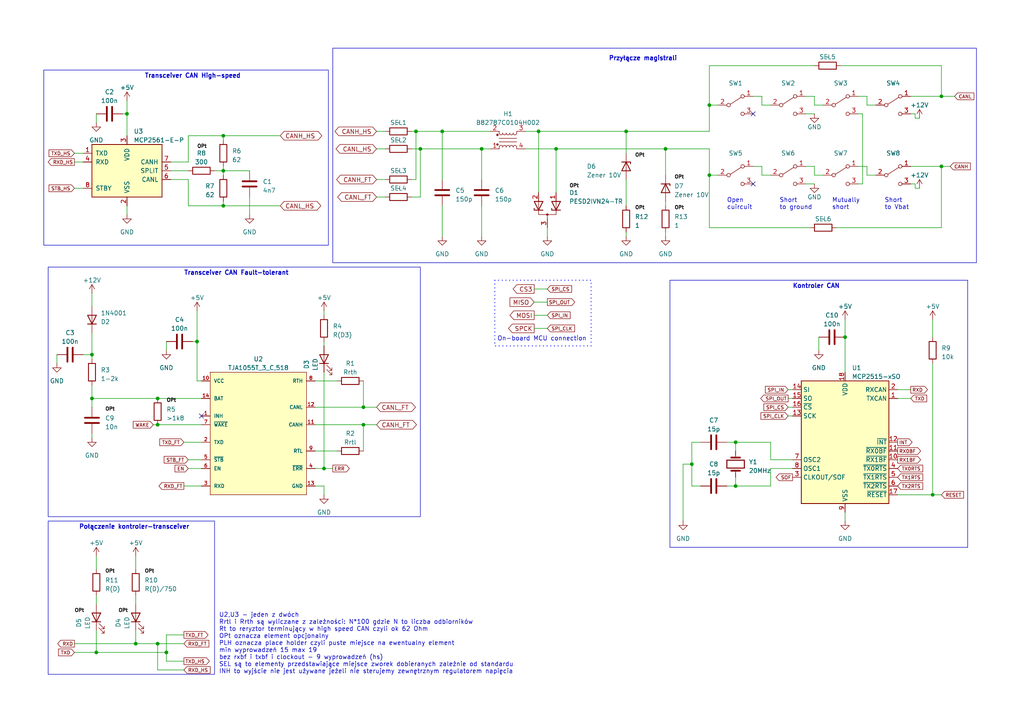
<source format=kicad_sch>
(kicad_sch (version 20230121) (generator eeschema)
  (paper "A4")
  (junction (at 161.29 43.18))
  (junction (at 245.11 97.79))
  (junction (at 105.41 123.19))
  (junction (at 121.92 43.18))
  (junction (at 64.77 49.53))
  (junction (at 36.83 33.02))
  (junction (at 120.65 38.1))
  (junction (at 213.36 140.97))
  (junction (at 93.98 135.89))
  (junction (at 205.74 30.48))
  (junction (at 200.66 134.62))
  (junction (at 273.05 48.26))
  (junction (at 45.72 186.69))
  (junction (at 45.72 115.57))
  (junction (at 181.61 38.1))
  (junction (at 128.27 38.1))
  (junction (at 26.67 102.87))
  (junction (at 205.74 50.8))
  (junction (at 270.51 143.51))
  (junction (at 64.77 39.37))
  (junction (at 273.05 27.94))
  (junction (at 39.37 186.69))
  (junction (at 193.04 43.18))
  (junction (at 48.26 189.23))
  (junction (at 139.7 43.18))
  (junction (at 57.15 99.06))
  (junction (at 45.72 123.19))
  (junction (at 27.94 189.23))
  (junction (at 26.67 115.57))
  (junction (at 105.41 118.11))
  (junction (at 64.77 59.69))
  (junction (at 156.21 38.1))
  (junction (at 213.36 128.27))
  (no_connect (at 218.44 33.02))
  (no_connect (at 218.44 53.34))
  (no_connect (at 58.42 120.65))
  (wire (pts (xy 181.61 38.1) (xy 205.74 38.1)))
  (wire (pts (xy 265.43 34.29) (xy 266.7 34.29)))
  (wire (pts (xy 21.59 44.45) (xy 24.13 44.45)))
  (wire (pts (xy 64.77 59.69) (xy 81.28 59.69)))
  (wire (pts (xy 200.66 128.27) (xy 200.66 134.62)))
  (wire (pts (xy 48.26 189.23) (xy 48.26 191.77)))
  (wire (pts (xy 158.75 66.04) (xy 158.75 68.58)))
  (wire (pts (xy 54.61 46.99) (xy 54.61 39.37)))
  (wire (pts (xy 121.92 43.18) (xy 139.7 43.18)))
  (wire (pts (xy 250.19 33.02) (xy 248.92 33.02)))
  (wire (pts (xy 236.22 50.8) (xy 238.76 50.8)))
  (wire (pts (xy 223.52 128.27) (xy 213.36 128.27)))
  (wire (pts (xy 53.34 184.15) (xy 48.26 184.15)))
  (wire (pts (xy 54.61 49.53) (xy 49.53 49.53)))
  (wire (pts (xy 109.22 43.18) (xy 111.76 43.18)))
  (wire (pts (xy 45.72 115.57) (xy 58.42 115.57)))
  (wire (pts (xy 233.68 53.34) (xy 236.22 53.34)))
  (wire (pts (xy 53.34 140.97) (xy 58.42 140.97)))
  (wire (pts (xy 109.22 57.15) (xy 111.76 57.15)))
  (wire (pts (xy 237.49 97.79) (xy 237.49 101.6)))
  (wire (pts (xy 121.92 57.15) (xy 121.92 43.18)))
  (wire (pts (xy 139.7 59.69) (xy 139.7 68.58)))
  (wire (pts (xy 64.77 39.37) (xy 81.28 39.37)))
  (wire (pts (xy 193.04 43.18) (xy 193.04 50.8)))
  (wire (pts (xy 213.36 128.27) (xy 213.36 130.81)))
  (wire (pts (xy 45.72 186.69) (xy 53.34 186.69)))
  (wire (pts (xy 72.39 62.23) (xy 72.39 57.15)))
  (wire (pts (xy 228.6 118.11) (xy 229.87 118.11)))
  (wire (pts (xy 93.98 140.97) (xy 93.98 143.51)))
  (wire (pts (xy 57.15 90.17) (xy 57.15 99.06)))
  (wire (pts (xy 152.4 38.1) (xy 156.21 38.1)))
  (wire (pts (xy 265.43 34.29) (xy 265.43 33.02)))
  (wire (pts (xy 26.67 111.76) (xy 26.67 115.57)))
  (wire (pts (xy 27.94 172.72) (xy 27.94 175.26)))
  (wire (pts (xy 91.44 110.49) (xy 97.79 110.49)))
  (wire (pts (xy 273.05 66.04) (xy 273.05 48.26)))
  (wire (pts (xy 26.67 85.09) (xy 26.67 88.9)))
  (wire (pts (xy 152.4 43.18) (xy 161.29 43.18)))
  (wire (pts (xy 26.67 115.57) (xy 26.67 118.11)))
  (wire (pts (xy 93.98 90.17) (xy 93.98 91.44)))
  (wire (pts (xy 128.27 38.1) (xy 142.24 38.1)))
  (wire (pts (xy 49.53 52.07) (xy 54.61 52.07)))
  (wire (pts (xy 48.26 191.77) (xy 53.34 191.77)))
  (wire (pts (xy 260.35 115.57) (xy 264.16 115.57)))
  (wire (pts (xy 270.51 105.41) (xy 270.51 143.51)))
  (wire (pts (xy 119.38 52.07) (xy 120.65 52.07)))
  (wire (pts (xy 243.84 19.05) (xy 273.05 19.05)))
  (wire (pts (xy 26.67 125.73) (xy 26.67 127)))
  (wire (pts (xy 105.41 123.19) (xy 109.22 123.19)))
  (wire (pts (xy 21.59 54.61) (xy 24.13 54.61)))
  (wire (pts (xy 128.27 38.1) (xy 128.27 52.07)))
  (wire (pts (xy 119.38 38.1) (xy 120.65 38.1)))
  (wire (pts (xy 270.51 92.71) (xy 270.51 97.79)))
  (wire (pts (xy 39.37 182.88) (xy 39.37 186.69)))
  (wire (pts (xy 93.98 135.89) (xy 96.52 135.89)))
  (wire (pts (xy 119.38 57.15) (xy 121.92 57.15)))
  (wire (pts (xy 223.52 135.89) (xy 223.52 140.97)))
  (wire (pts (xy 54.61 133.35) (xy 58.42 133.35)))
  (wire (pts (xy 265.43 33.02) (xy 264.16 33.02)))
  (wire (pts (xy 91.44 118.11) (xy 105.41 118.11)))
  (wire (pts (xy 57.15 110.49) (xy 58.42 110.49)))
  (wire (pts (xy 228.6 115.57) (xy 229.87 115.57)))
  (wire (pts (xy 91.44 130.81) (xy 97.79 130.81)))
  (wire (pts (xy 72.39 49.53) (xy 64.77 49.53)))
  (wire (pts (xy 208.28 30.48) (xy 205.74 30.48)))
  (wire (pts (xy 16.51 102.87) (xy 16.51 105.41)))
  (wire (pts (xy 35.56 33.02) (xy 36.83 33.02)))
  (wire (pts (xy 105.41 123.19) (xy 105.41 130.81)))
  (wire (pts (xy 36.83 62.23) (xy 36.83 59.69)))
  (wire (pts (xy 234.95 66.04) (xy 205.74 66.04)))
  (wire (pts (xy 24.13 102.87) (xy 26.67 102.87)))
  (wire (pts (xy 53.34 194.31) (xy 45.72 194.31)))
  (wire (pts (xy 26.67 102.87) (xy 26.67 104.14)))
  (wire (pts (xy 264.16 48.26) (xy 273.05 48.26)))
  (wire (pts (xy 45.72 194.31) (xy 45.72 186.69)))
  (wire (pts (xy 273.05 48.26) (xy 275.59 48.26)))
  (wire (pts (xy 139.7 43.18) (xy 139.7 52.07)))
  (wire (pts (xy 193.04 67.31) (xy 193.04 68.58)))
  (wire (pts (xy 205.74 50.8) (xy 205.74 43.18)))
  (wire (pts (xy 265.43 54.61) (xy 265.43 53.34)))
  (wire (pts (xy 91.44 123.19) (xy 105.41 123.19)))
  (wire (pts (xy 54.61 135.89) (xy 58.42 135.89)))
  (wire (pts (xy 213.36 138.43) (xy 213.36 140.97)))
  (wire (pts (xy 64.77 59.69) (xy 64.77 58.42)))
  (wire (pts (xy 208.28 50.8) (xy 205.74 50.8)))
  (wire (pts (xy 260.35 113.03) (xy 264.16 113.03)))
  (wire (pts (xy 21.59 189.23) (xy 27.94 189.23)))
  (wire (pts (xy 228.6 113.03) (xy 229.87 113.03)))
  (wire (pts (xy 49.53 46.99) (xy 54.61 46.99)))
  (wire (pts (xy 248.92 53.34) (xy 250.19 53.34)))
  (wire (pts (xy 181.61 38.1) (xy 181.61 44.45)))
  (wire (pts (xy 36.83 33.02) (xy 36.83 39.37)))
  (wire (pts (xy 228.6 120.65) (xy 229.87 120.65)))
  (wire (pts (xy 105.41 118.11) (xy 109.22 118.11)))
  (wire (pts (xy 48.26 184.15) (xy 48.26 189.23)))
  (wire (pts (xy 62.23 49.53) (xy 64.77 49.53)))
  (wire (pts (xy 223.52 140.97) (xy 213.36 140.97)))
  (wire (pts (xy 193.04 43.18) (xy 205.74 43.18)))
  (wire (pts (xy 93.98 99.06) (xy 93.98 100.33)))
  (wire (pts (xy 245.11 97.79) (xy 245.11 107.95)))
  (wire (pts (xy 273.05 27.94) (xy 276.86 27.94)))
  (wire (pts (xy 218.44 48.26) (xy 220.98 48.26)))
  (wire (pts (xy 139.7 43.18) (xy 142.24 43.18)))
  (wire (pts (xy 93.98 135.89) (xy 93.98 107.95)))
  (wire (pts (xy 229.87 133.35) (xy 223.52 133.35)))
  (wire (pts (xy 48.26 99.06) (xy 48.26 101.6)))
  (wire (pts (xy 45.72 123.19) (xy 58.42 123.19)))
  (wire (pts (xy 44.45 123.19) (xy 45.72 123.19)))
  (wire (pts (xy 265.43 53.34) (xy 264.16 53.34)))
  (wire (pts (xy 229.87 135.89) (xy 223.52 135.89)))
  (wire (pts (xy 156.21 38.1) (xy 156.21 55.88)))
  (wire (pts (xy 213.36 140.97) (xy 210.82 140.97)))
  (wire (pts (xy 27.94 182.88) (xy 27.94 189.23)))
  (wire (pts (xy 109.22 38.1) (xy 111.76 38.1)))
  (wire (pts (xy 205.74 30.48) (xy 205.74 38.1)))
  (wire (pts (xy 220.98 50.8) (xy 223.52 50.8)))
  (wire (pts (xy 39.37 172.72) (xy 39.37 175.26)))
  (wire (pts (xy 54.61 59.69) (xy 64.77 59.69)))
  (wire (pts (xy 270.51 143.51) (xy 273.05 143.51)))
  (wire (pts (xy 236.22 30.48) (xy 238.76 30.48)))
  (wire (pts (xy 161.29 43.18) (xy 193.04 43.18)))
  (wire (pts (xy 236.22 27.94) (xy 236.22 30.48)))
  (wire (pts (xy 39.37 161.29) (xy 39.37 165.1)))
  (wire (pts (xy 27.94 161.29) (xy 27.94 165.1)))
  (wire (pts (xy 64.77 49.53) (xy 64.77 50.8)))
  (wire (pts (xy 248.92 27.94) (xy 251.46 27.94)))
  (wire (pts (xy 251.46 30.48) (xy 254 30.48)))
  (wire (pts (xy 36.83 29.21) (xy 36.83 33.02)))
  (wire (pts (xy 205.74 19.05) (xy 205.74 30.48)))
  (wire (pts (xy 236.22 19.05) (xy 205.74 19.05)))
  (wire (pts (xy 193.04 58.42) (xy 193.04 59.69)))
  (wire (pts (xy 260.35 143.51) (xy 270.51 143.51)))
  (wire (pts (xy 54.61 39.37) (xy 64.77 39.37)))
  (wire (pts (xy 154.94 83.82) (xy 158.75 83.82)))
  (wire (pts (xy 27.94 189.23) (xy 48.26 189.23)))
  (wire (pts (xy 265.43 54.61) (xy 266.7 54.61)))
  (wire (pts (xy 156.21 38.1) (xy 181.61 38.1)))
  (wire (pts (xy 181.61 52.07) (xy 181.61 59.69)))
  (wire (pts (xy 236.22 48.26) (xy 236.22 50.8)))
  (wire (pts (xy 220.98 30.48) (xy 223.52 30.48)))
  (wire (pts (xy 120.65 38.1) (xy 128.27 38.1)))
  (wire (pts (xy 55.88 99.06) (xy 57.15 99.06)))
  (wire (pts (xy 245.11 92.71) (xy 245.11 97.79)))
  (wire (pts (xy 220.98 27.94) (xy 220.98 30.48)))
  (wire (pts (xy 57.15 99.06) (xy 57.15 110.49)))
  (wire (pts (xy 223.52 133.35) (xy 223.52 128.27)))
  (wire (pts (xy 154.94 91.44) (xy 158.75 91.44)))
  (wire (pts (xy 198.12 151.13) (xy 198.12 134.62)))
  (wire (pts (xy 233.68 33.02) (xy 236.22 33.02)))
  (wire (pts (xy 220.98 48.26) (xy 220.98 50.8)))
  (wire (pts (xy 64.77 39.37) (xy 64.77 40.64)))
  (wire (pts (xy 233.68 48.26) (xy 236.22 48.26)))
  (wire (pts (xy 218.44 27.94) (xy 220.98 27.94)))
  (wire (pts (xy 200.66 140.97) (xy 203.2 140.97)))
  (wire (pts (xy 105.41 110.49) (xy 105.41 118.11)))
  (wire (pts (xy 210.82 128.27) (xy 213.36 128.27)))
  (wire (pts (xy 200.66 134.62) (xy 200.66 140.97)))
  (wire (pts (xy 21.59 46.99) (xy 24.13 46.99)))
  (wire (pts (xy 264.16 27.94) (xy 273.05 27.94)))
  (wire (pts (xy 273.05 19.05) (xy 273.05 27.94)))
  (wire (pts (xy 250.19 53.34) (xy 250.19 33.02)))
  (wire (pts (xy 161.29 43.18) (xy 161.29 55.88)))
  (wire (pts (xy 39.37 186.69) (xy 45.72 186.69)))
  (wire (pts (xy 251.46 48.26) (xy 251.46 50.8)))
  (wire (pts (xy 251.46 27.94) (xy 251.46 30.48)))
  (wire (pts (xy 119.38 43.18) (xy 121.92 43.18)))
  (wire (pts (xy 251.46 50.8) (xy 254 50.8)))
  (wire (pts (xy 91.44 140.97) (xy 93.98 140.97)))
  (wire (pts (xy 154.94 95.25) (xy 158.75 95.25)))
  (wire (pts (xy 91.44 135.89) (xy 93.98 135.89)))
  (wire (pts (xy 245.11 148.59) (xy 245.11 151.13)))
  (wire (pts (xy 198.12 134.62) (xy 200.66 134.62)))
  (wire (pts (xy 128.27 59.69) (xy 128.27 68.58)))
  (wire (pts (xy 109.22 52.07) (xy 111.76 52.07)))
  (wire (pts (xy 203.2 128.27) (xy 200.66 128.27)))
  (wire (pts (xy 53.34 128.27) (xy 58.42 128.27)))
  (wire (pts (xy 27.94 33.02) (xy 27.94 35.56)))
  (wire (pts (xy 120.65 52.07) (xy 120.65 38.1)))
  (wire (pts (xy 181.61 67.31) (xy 181.61 68.58)))
  (wire (pts (xy 205.74 66.04) (xy 205.74 50.8)))
  (wire (pts (xy 21.59 186.69) (xy 39.37 186.69)))
  (wire (pts (xy 26.67 115.57) (xy 45.72 115.57)))
  (wire (pts (xy 233.68 27.94) (xy 236.22 27.94)))
  (wire (pts (xy 154.94 87.63) (xy 158.75 87.63)))
  (wire (pts (xy 248.92 48.26) (xy 251.46 48.26)))
  (wire (pts (xy 26.67 96.52) (xy 26.67 102.87)))
  (wire (pts (xy 64.77 48.26) (xy 64.77 49.53)))
  (wire (pts (xy 54.61 52.07) (xy 54.61 59.69)))
  (wire (pts (xy 242.57 66.04) (xy 273.05 66.04)))
  (rectangle (start 12.7 20.32) (end 95.25 71.12))
  (rectangle (start 13.97 77.47) (end 121.92 149.86))
  (rectangle (start 194.31 81.28) (end 280.67 158.75))
  (rectangle (start 143.51 81.28) (end 171.45 100.33) (stroke (width 0.254) (type dot) (color 0 0 255 1)))
  (rectangle (start 13.97 151.13) (end 62.23 195.58))
  (rectangle (start 96.52 13.97) (end 283.21 76.2))
  (text "Short \nto ground" (at 226.06 60.96 0) (effects (font (size 1.27 1.27)) (justify left bottom)))
  (text "Kontroler CAN" (at 229.87 83.82 0) (effects (font (size 1.27 1.27) bold) (justify left bottom)))
  (text "OPt" (at 48.26 116.84 0) (effects (font (size 1 1) (thickness 0.2) bold) (justify left bottom)))
  (text "OPt" (at 165.1 54.61 0) (effects (font (size 1 1) (thickness 0.2) bold) (justify left bottom)))
  (text "On-board MCU connection" (at 170.18 99.06 0) (effects (font (size 1.27 1.27)) (justify right bottom)))
  (text "Przyłącze magistrali" (at 176.53 17.78 0) (effects (font (size 1.27 1.27) bold) (justify left bottom)))
  (text "Transceiver CAN Fault-tolerant" (at 53.34 80.01 0) (effects (font (size 1.27 1.27) bold) (justify left bottom)))
  (text "OPt" (at 30.48 119.38 0) (effects (font (size 1 1) (thickness 0.2) bold) (justify left bottom)))
  (text "OPt" (at 184.15 45.72 0) (effects (font (size 1 1) (thickness 0.2) bold) (justify left bottom)))
  (text "Open\ncuircuit\n" (at 210.82 60.96 0) (effects (font (size 1.27 1.27)) (justify left bottom)))
  (text "Mutually\nshort" (at 241.3 60.96 0) (effects (font (size 1.27 1.27)) (justify left bottom)))
  (text "OPt" (at 21.59 177.8 0) (effects (font (size 1 1) (thickness 0.2) bold) (justify left bottom)))
  (text "OPt" (at 34.29 177.8 0) (effects (font (size 1 1) (thickness 0.2) bold) (justify left bottom)))
  (text "U2,U3 - jeden z dwóch\nRrtl i Rrth są wyliczane z zależności: N*100 gdzie N to liczba odbiorników\nRt to reryztor terminujący w high speed CAN czyli ok 62 Ohm\nOPt oznacza element opcjonalny\nPLH oznacza place holder czyli puste miejsce na ewentualny element\nmin wyprowadzeń 15 max 19\nbez rxbf i txbf i clockout - 9 wyprowadzeń (hs)\nSEL są to elementy przedstawiające miejsce zworek dobieranych zależnie od standardu\nINH to wyjście nie jest używane jeżeli nie sterujemy zewnętrznym regulatorem napięcia" (at 63.5 195.58 0) (effects (font (size 1.27 1.27)) (justify left bottom)))
  (text "OPt" (at 30.48 166.37 0) (effects (font (size 1 1) (thickness 0.2) bold) (justify left bottom)))
  (text "Połączenie kontroler-transceiver" (at 22.86 153.67 0) (effects (font (size 1.27 1.27) bold) (justify left bottom)))
  (text "OPt" (at 57.15 43.18 0) (effects (font (size 1 1) (thickness 0.2) bold) (justify left bottom)))
  (text "Transceiver CAN High-speed" (at 41.91 22.86 0) (effects (font (size 1.27 1.27) (thickness 0.254) bold) (justify left bottom)))
  (text "Short \nto Vbat" (at 256.54 60.96 0) (effects (font (size 1.27 1.27)) (justify left bottom)))
  (text "OPt" (at 184.15 60.96 0) (effects (font (size 1 1) (thickness 0.2) bold) (justify left bottom)))
  (text "OPt" (at 195.58 52.07 0) (effects (font (size 1 1) (thickness 0.2) bold) (justify left bottom)))
  (text "OPt" (at 41.91 166.37 0) (effects (font (size 1 1) (thickness 0.2) bold) (justify left bottom)))
  (text "OPt" (at 195.58 60.96 0) (effects (font (size 1 1) (thickness 0.2) bold) (justify left bottom)))
  (global_label "CANL_HS" (shape bidirectional) (at 109.22 43.18 180) (property "Intersheetrefs" "${INTERSHEET_REFS}" (effects hide)))
  (global_label "CANL_FT" (shape bidirectional) (at 109.22 118.11 0) (property "Intersheetrefs" "${INTERSHEET_REFS}" (effects hide)))
  (global_label "CANL_HS" (shape bidirectional) (at 81.28 59.69 0) (property "Intersheetrefs" "${INTERSHEET_REFS}" (effects hide)))
  (global_label "WAKE" (shape input) (at 44.45 123.19 180) (effects (font (size 1 1))) (property "Intersheetrefs" "${INTERSHEET_REFS}" (effects hide)))
  (global_label "STB_HS" (shape input) (at 21.59 54.61 180) (effects (font (size 1 1))) (property "Intersheetrefs" "${INTERSHEET_REFS}" (effects hide)))
  (global_label "TXD_HS" (shape output) (at 53.34 191.77 0) (effects (font (size 1 1))) (property "Intersheetrefs" "${INTERSHEET_REFS}" (effects hide)))
  (global_label "TX2RTS" (shape input) (at 260.35 140.97 0) (effects (font (size 1 1))) (property "Intersheetrefs" "${INTERSHEET_REFS}" (effects hide)))
  (global_label "CANH_FT" (shape bidirectional) (at 109.22 52.07 180) (property "Intersheetrefs" "${INTERSHEET_REFS}" (effects hide)))
  (global_label "SPI_CLK" (shape input) (at 158.75 95.25 0) (effects (font (size 1 1))) (property "Intersheetrefs" "${INTERSHEET_REFS}" (effects hide)))
  (global_label "SPI_OUT" (shape output) (at 228.6 115.57 180) (effects (font (size 1 1))) (property "Intersheetrefs" "${INTERSHEET_REFS}" (effects hide)))
  (global_label "CANH_HS" (shape bidirectional) (at 109.22 38.1 180) (property "Intersheetrefs" "${INTERSHEET_REFS}" (effects hide)))
  (global_label "TX1RTS" (shape input) (at 260.35 138.43 0) (effects (font (size 1 1))) (property "Intersheetrefs" "${INTERSHEET_REFS}" (effects hide)))
  (global_label "TXD" (shape input) (at 264.16 115.57 0) (effects (font (size 1 1))) (property "Intersheetrefs" "${INTERSHEET_REFS}" (effects hide)))
  (global_label "TXD_FT" (shape output) (at 53.34 184.15 0) (effects (font (size 1 1))) (property "Intersheetrefs" "${INTERSHEET_REFS}" (effects hide)))
  (global_label "MISO" (shape input) (at 154.94 87.63 180) (property "Intersheetrefs" "${INTERSHEET_REFS}" (effects hide)))
  (global_label "SPCK" (shape output) (at 154.94 95.25 180) (property "Intersheetrefs" "${INTERSHEET_REFS}" (effects hide)))
  (global_label "RX0BF" (shape output) (at 260.35 130.81 0) (effects (font (size 1 1))) (property "Intersheetrefs" "${INTERSHEET_REFS}" (effects hide)))
  (global_label "RXD_HS" (shape output) (at 21.59 46.99 180) (effects (font (size 1 1))) (property "Intersheetrefs" "${INTERSHEET_REFS}" (effects hide)))
  (global_label "CANL_FT" (shape bidirectional) (at 109.22 57.15 180) (property "Intersheetrefs" "${INTERSHEET_REFS}" (effects hide)))
  (global_label "ERR" (shape output) (at 96.52 135.89 0) (effects (font (size 1 1))) (property "Intersheetrefs" "${INTERSHEET_REFS}" (effects hide)))
  (global_label "RXD_HS" (shape input) (at 53.34 194.31 0) (effects (font (size 1 1))) (property "Intersheetrefs" "${INTERSHEET_REFS}" (effects hide)))
  (global_label "STB_FT" (shape input) (at 54.61 133.35 180) (effects (font (size 1 1))) (property "Intersheetrefs" "${INTERSHEET_REFS}" (effects hide)))
  (global_label "CANH_FT" (shape bidirectional) (at 109.22 123.19 0) (property "Intersheetrefs" "${INTERSHEET_REFS}" (effects hide)))
  (global_label "TXD_HS" (shape input) (at 21.59 44.45 180) (effects (font (size 1 1))) (property "Intersheetrefs" "${INTERSHEET_REFS}" (effects hide)))
  (global_label "RESET" (shape input) (at 273.05 143.51 0) (effects (font (size 1 1))) (property "Intersheetrefs" "${INTERSHEET_REFS}" (effects hide)))
  (global_label "EN" (shape input) (at 54.61 135.89 180) (effects (font (size 1 1))) (property "Intersheetrefs" "${INTERSHEET_REFS}" (effects hide)))
  (global_label "CANH_HS" (shape bidirectional) (at 81.28 39.37 0) (property "Intersheetrefs" "${INTERSHEET_REFS}" (effects hide)))
  (global_label "TX0RTS" (shape input) (at 260.35 135.89 0) (effects (font (size 1 1))) (property "Intersheetrefs" "${INTERSHEET_REFS}" (effects hide)))
  (global_label "TXD" (shape input) (at 21.59 189.23 180) (effects (font (size 1 1))) (property "Intersheetrefs" "${INTERSHEET_REFS}" (effects hide)))
  (global_label "SPI_OUT" (shape output) (at 158.75 87.63 0) (effects (font (size 1 1))) (property "Intersheetrefs" "${INTERSHEET_REFS}" (effects hide)))
  (global_label "SOF" (shape output) (at 229.87 138.43 180) (effects (font (size 1 1))) (property "Intersheetrefs" "${INTERSHEET_REFS}" (effects hide)))
  (global_label "RXD_FT" (shape input) (at 53.34 186.69 0) (effects (font (size 1 1))) (property "Intersheetrefs" "${INTERSHEET_REFS}" (effects hide)))
  (global_label "RXD" (shape output) (at 264.16 113.03 0) (effects (font (size 1 1))) (property "Intersheetrefs" "${INTERSHEET_REFS}" (effects hide)))
  (global_label "MOSI" (shape output) (at 154.94 91.44 180) (property "Intersheetrefs" "${INTERSHEET_REFS}" (effects hide)))
  (global_label "INT" (shape output) (at 260.35 128.27 0) (effects (font (size 1 1))) (property "Intersheetrefs" "${INTERSHEET_REFS}" (effects hide)))
  (global_label "RXD" (shape output) (at 21.59 186.69 180) (effects (font (size 1 1))) (property "Intersheetrefs" "${INTERSHEET_REFS}" (effects hide)))
  (global_label "CANL" (shape input) (at 276.86 27.94 0) (effects (font (size 1 1))) (property "Intersheetrefs" "${INTERSHEET_REFS}" (effects hide)))
  (global_label "SPI_IN" (shape input) (at 158.75 91.44 0) (effects (font (size 1 1))) (property "Intersheetrefs" "${INTERSHEET_REFS}" (effects hide)))
  (global_label "SPI_CLK" (shape input) (at 228.6 120.65 180) (effects (font (size 1 1))) (property "Intersheetrefs" "${INTERSHEET_REFS}" (effects hide)))
  (global_label "RX1BF" (shape output) (at 260.35 133.35 0) (effects (font (size 1 1))) (property "Intersheetrefs" "${INTERSHEET_REFS}" (effects hide)))
  (global_label "SPI_CS" (shape input) (at 158.75 83.82 0) (effects (font (size 1 1))) (property "Intersheetrefs" "${INTERSHEET_REFS}" (effects hide)))
  (global_label "CS3" (shape output) (at 154.94 83.82 180) (property "Intersheetrefs" "${INTERSHEET_REFS}" (effects hide)))
  (global_label "SPI_CS" (shape input) (at 228.6 118.11 180) (effects (font (size 1 1))) (property "Intersheetrefs" "${INTERSHEET_REFS}" (effects hide)))
  (global_label "CANH" (shape input) (at 275.59 48.26 0) (effects (font (size 1 1))) (property "Intersheetrefs" "${INTERSHEET_REFS}" (effects hide)))
  (global_label "SPI_IN" (shape input) (at 228.6 113.03 180) (effects (font (size 1 1))) (property "Intersheetrefs" "${INTERSHEET_REFS}" (effects hide)))
  (global_label "TXD_FT" (shape input) (at 53.34 128.27 180) (effects (font (size 1 1))) (property "Intersheetrefs" "${INTERSHEET_REFS}" (effects hide)))
  (global_label "RXD_FT" (shape output) (at 53.34 140.97 180) (effects (font (size 1 1))) (property "Intersheetrefs" "${INTERSHEET_REFS}" (effects hide)))
  (symbol (lib_id "Device:R") (at 45.72 119.38 180) (unit 1)
    (property "Reference" "R5" (at 48.26 118.745 0) (effects (justify right)))
    (property "Value" ">1k8" (at 48.26 121.285 0) (effects (justify right)))
    (property "Footprint" "Resistor_THT:R_Axial_DIN0207_L6.3mm_D2.5mm_P10.16mm_Horizontal" (effects hide))
    (instances (project "CAN_bus_project" (path "" (reference "R5") (unit 1))) (project "PrzylaczePCB" (path "" (reference "R34") (unit 1)) (path "" (reference "R34") (unit 1))))
  )
  (symbol (lib_id "power:+12V") (at 266.7 34.29 0) (unit 1)
    (property "Reference" "#PWR08" (effects hide))
    (property "Value" "+12V" (at 266.7 30.48 0))
    (instances (project "CAN_bus_project" (path "" (reference "#PWR08") (unit 1))) (project "PrzylaczePCB" (path "" (reference "#PWR073") (unit 1)) (path "" (reference "#PWR068") (unit 1))))
  )
  (symbol (lib_id "Diode:BZV55B56") (at 193.04 54.61 270) (unit 1)
    (property "Reference" "D7" (at 195.58 53.975 90) (effects (justify left)))
    (property "Value" "Zener 10V" (at 195.58 56.515 90) (effects (justify left)))
    (property "Footprint" "Diode_THT:D_DO-35_SOD27_P10.16mm_Horizontal" (effects hide))
    (property "Datasheet" "https://assets.nexperia.com/documents/data-sheet/BZV55_SER.pdf" (effects hide))
    (instances (project "CAN_bus_project" (path "" (reference "D7") (unit 1))) (project "PrzylaczePCB" (path "" (reference "D13") (unit 1)) (path "" (reference "D13") (unit 1))))
  )
  (symbol (lib_id "power:+12V") (at 266.7 54.61 0) (unit 1)
    (property "Reference" "#PWR06" (effects hide))
    (property "Value" "+12V" (at 266.7 50.8 0))
    (instances (project "CAN_bus_project" (path "" (reference "#PWR06") (unit 1))) (project "PrzylaczePCB" (path "" (reference "#PWR074") (unit 1)) (path "" (reference "#PWR069") (unit 1))))
  )
  (symbol (lib_id "power:GND") (at 158.75 68.58 0) (unit 1)
    (property "Reference" "#PWR017" (effects hide))
    (property "Value" "GND" (at 158.75 73.66 0))
    (instances (project "CAN_bus_project" (path "" (reference "#PWR017") (unit 1))) (project "PrzylaczePCB" (path "" (reference "#PWR062") (unit 1)) (path "" (reference "#PWR059") (unit 1))))
  )
  (symbol (lib_id "Device:C") (at 72.39 53.34 0) (unit 1)
    (property "Reference" "C1" (at 76.2 52.705 0) (effects (justify left)))
    (property "Value" "4n7" (at 76.2 55.245 0) (effects (justify left)))
    (property "Footprint" "Capacitor_THT:C_Disc_D5.0mm_W2.5mm_P5.00mm" (effects hide))
    (instances (project "CAN_bus_project" (path "" (reference "C1") (unit 1))) (project "PrzylaczePCB" (path "" (reference "C12") (unit 1)) (path "" (reference "C12") (unit 1))))
  )
  (symbol (lib_id "power:GND") (at 72.39 62.23 0) (unit 1)
    (property "Reference" "#PWR04" (effects hide))
    (property "Value" "GND" (at 72.39 67.31 0))
    (instances (project "CAN_bus_project" (path "" (reference "#PWR04") (unit 1))) (project "PrzylaczePCB" (path "" (reference "#PWR055") (unit 1)) (path "" (reference "#PWR054") (unit 1))))
  )
  (symbol (lib_id "power:GND") (at 128.27 68.58 0) (unit 1)
    (property "Reference" "#PWR015" (effects hide))
    (property "Value" "GND" (at 128.27 73.66 0))
    (instances (project "CAN_bus_project" (path "" (reference "#PWR015") (unit 1))) (project "PrzylaczePCB" (path "" (reference "#PWR058") (unit 1)) (path "" (reference "#PWR057") (unit 1))))
  )
  (symbol (lib_id "Device:R") (at 181.61 63.5 180) (unit 1)
    (property "Reference" "R12" (at 184.15 62.865 0) (effects (justify right)))
    (property "Value" "1" (at 184.15 65.405 0) (effects (justify right)))
    (property "Footprint" "Resistor_THT:R_Axial_DIN0207_L6.3mm_D2.5mm_P10.16mm_Horizontal" (effects hide))
    (instances (project "CAN_bus_project" (path "" (reference "R12") (unit 1))) (project "PrzylaczePCB" (path "" (reference "R41") (unit 1)) (path "" (reference "R41") (unit 1))))
  )
  (symbol (lib_id "Switch:SW_SPDT") (at 228.6 30.48 0) (unit 1)
    (property "Reference" "SW2" (at 228.6 24.13 0))
    (property "Value" "SW_SPDT" (effects hide))
    (property "Footprint" "1_WLASNA_Library:3PAD_WIRE_SWITCH" (effects hide))
    (instances (project "CAN_bus_project" (path "" (reference "SW2") (unit 1))) (project "PrzylaczePCB" (path "" (reference "SW3") (unit 1)) (path "" (reference "SW4") (unit 1))))
  )
  (symbol (lib_id "power:GND") (at 193.04 68.58 0) (unit 1)
    (property "Reference" "#PWR028" (effects hide))
    (property "Value" "GND" (at 193.04 73.66 0))
    (instances (project "CAN_bus_project" (path "" (reference "#PWR028") (unit 1))) (project "PrzylaczePCB" (path "" (reference "#PWR066") (unit 1)) (path "" (reference "#PWR061") (unit 1))))
  )
  (symbol (lib_id "Switch:SW_SPDT") (at 243.84 50.8 0) (unit 1)
    (property "Reference" "SW7" (at 243.84 44.45 0))
    (property "Value" "SW_SPDT" (effects hide))
    (property "Footprint" "1_WLASNA_Library:3PAD_WIRE_SWITCH" (effects hide))
    (instances (project "CAN_bus_project" (path "" (reference "SW7") (unit 1))) (project "PrzylaczePCB" (path "" (reference "SW6") (unit 1)) (path "" (reference "SW7") (unit 1))))
  )
  (symbol (lib_id "Device:R") (at 58.42 49.53 90) (unit 1)
    (property "Reference" "R8" (at 58.42 44.45 90))
    (property "Value" "300" (at 58.42 46.99 90))
    (property "Footprint" "Resistor_THT:R_Axial_DIN0207_L6.3mm_D2.5mm_P10.16mm_Horizontal" (effects hide))
    (instances (project "CAN_bus_project" (path "" (reference "R8") (unit 1))) (project "PrzylaczePCB" (path "" (reference "R35") (unit 1)) (path "" (reference "R35") (unit 1))))
  )
  (symbol (lib_id "Device:C") (at 26.67 121.92 180) (unit 1)
    (property "Reference" "C9" (at 30.48 121.285 0) (effects (justify right)))
    (property "Value" "10n" (at 30.48 123.825 0) (effects (justify right)))
    (property "Footprint" "Capacitor_THT:C_Disc_D11.0mm_W5.0mm_P7.50mm" (effects hide))
  )
  (symbol (lib_id "Device:R") (at 101.6 110.49 90) (unit 1)
    (property "Reference" "R1" (at 101.6 105.41 90))
    (property "Value" "Rrth" (at 101.6 107.95 90))
    (property "Footprint" "Resistor_THT:R_Axial_DIN0207_L6.3mm_D2.5mm_P10.16mm_Horizontal" (effects hide))
    (instances (project "CAN_bus_project" (path "" (reference "R1") (unit 1))) (project "PrzylaczePCB" (path "" (reference "R39") (unit 1)) (path "" (reference "R39") (unit 1))))
  )
  (symbol (lib_id "power:GND") (at 236.22 53.34 0) (unit 1)
    (property "Reference" "#PWR05" (effects hide))
    (property "Value" "GND" (at 236.22 57.15 0))
    (instances (project "CAN_bus_project" (path "" (reference "#PWR05") (unit 1))) (project "PrzylaczePCB" (path "" (reference "#PWR069") (unit 1)) (path "" (reference "#PWR064") (unit 1))))
  )
  (symbol (lib_id "Device:R") (at 101.6 130.81 90) (unit 1)
    (property "Reference" "R2" (at 101.6 125.73 90))
    (property "Value" "Rrtl" (at 101.6 128.27 90))
    (property "Footprint" "Resistor_THT:R_Axial_DIN0207_L6.3mm_D2.5mm_P10.16mm_Horizontal" (effects hide))
    (instances (project "CAN_bus_project" (path "" (reference "R2") (unit 1))) (project "PrzylaczePCB" (path "" (reference "R40") (unit 1)) (path "" (reference "R40") (unit 1))))
  )
  (symbol (lib_id "Device:C") (at 128.27 55.88 0) (unit 1)
    (property "Reference" "C5" (at 132.08 55.245 0) (effects (justify left)))
    (property "Value" "150p" (at 132.08 57.785 0) (effects (justify left)))
    (property "Footprint" "Capacitor_THT:C_Disc_D5.0mm_W2.5mm_P5.00mm" (effects hide))
    (instances (project "CAN_bus_project" (path "" (reference "C5") (unit 1))) (project "PrzylaczePCB" (path "" (reference "C13") (unit 1)) (path "" (reference "C13") (unit 1))))
  )
  (symbol (lib_id "Device:C") (at 20.32 102.87 90) (unit 1)
    (property "Reference" "C3" (at 20.32 96.52 90))
    (property "Value" "100n" (at 20.32 99.06 90))
    (property "Footprint" "Capacitor_THT:C_Disc_D5.0mm_W2.5mm_P2.50mm" (effects hide))
    (instances (project "CAN_bus_project" (path "" (reference "C3") (unit 1))) (project "PrzylaczePCB" (path "" (reference "C8") (unit 1)) (path "" (reference "C8") (unit 1))))
  )
  (symbol (lib_id "Interface_CAN_LIN:MCP2561-E-P") (at 36.83 49.53 0) (unit 1)
    (property "Reference" "U3" (at 38.7859 38.1 0) (effects (justify left)))
    (property "Value" "MCP2561-E-P" (at 38.7859 40.64 0) (effects (justify left)))
    (property "Footprint" "Package_DIP:DIP-8_W7.62mm" (effects hide))
    (property "Datasheet" "http://ww1.microchip.com/downloads/en/DeviceDoc/25167A.pdf" (effects hide))
    (instances (project "CAN_bus_project" (path "" (reference "U3") (unit 1))) (project "PrzylaczePCB" (path "" (reference "U6") (unit 1)) (path "" (reference "U6") (unit 1))))
  )
  (symbol (lib_id "Device:R") (at 238.76 66.04 90) (unit 1)
    (property "Reference" "SEL6" (at 238.76 63.5 90))
    (property "Value" "~" (at 238.76 63.5 90))
    (property "Footprint" "Resistor_SMD:R_0805_2012Metric" (effects hide))
    (instances (project "CAN_bus_project" (path "" (reference "SEL6") (unit 1))) (project "PrzylaczePCB" (path "" (reference "SEL5") (unit 1)) (path "" (reference "SEL5") (unit 1))))
  )
  (symbol (lib_id "Device:R") (at 64.77 54.61 0) (mirror y) (unit 1)
    (property "Reference" "R7" (at 62.23 53.975 0) (effects (justify left)))
    (property "Value" "62" (at 62.23 56.515 0) (effects (justify left)))
    (property "Footprint" "Resistor_THT:R_Axial_DIN0207_L6.3mm_D2.5mm_P10.16mm_Horizontal" (effects hide))
    (instances (project "CAN_bus_project" (path "" (reference "R7") (unit 1))) (project "PrzylaczePCB" (path "" (reference "R37") (unit 1)) (path "" (reference "R37") (unit 1))))
  )
  (symbol (lib_id "power:GND") (at 236.22 33.02 0) (unit 1)
    (property "Reference" "#PWR03" (effects hide))
    (property "Value" "GND" (at 236.22 36.83 0))
    (instances (project "CAN_bus_project" (path "" (reference "#PWR03") (unit 1))) (project "PrzylaczePCB" (path "" (reference "#PWR068") (unit 1)) (path "" (reference "#PWR063") (unit 1))))
  )
  (symbol (lib_id "Device:R") (at 26.67 107.95 180) (unit 1)
    (property "Reference" "R3" (at 29.21 107.315 0) (effects (justify right)))
    (property "Value" "1-2k" (at 29.21 109.855 0) (effects (justify right)))
    (property "Footprint" "Resistor_THT:R_Axial_DIN0207_L6.3mm_D2.5mm_P10.16mm_Horizontal" (effects hide))
    (instances (project "CAN_bus_project" (path "" (reference "R3") (unit 1))) (project "PrzylaczePCB" (path "" (reference "R31") (unit 1)) (path "" (reference "R31") (unit 1))))
  )
  (symbol (lib_id "Device:R") (at 115.57 57.15 90) (unit 1)
    (property "Reference" "SEL4" (at 115.57 54.61 90))
    (property "Value" "~" (at 115.57 54.61 90))
    (property "Footprint" "Resistor_SMD:R_0805_2012Metric" (effects hide))
  )
  (symbol (lib_id "power:GND") (at 48.26 101.6 0) (unit 1)
    (property "Reference" "#PWR020" (effects hide))
    (property "Value" "GND" (at 48.26 106.68 0))
    (instances (project "CAN_bus_project" (path "" (reference "#PWR020") (unit 1))) (project "PrzylaczePCB" (path "" (reference "#PWR053") (unit 1)) (path "" (reference "#PWR052") (unit 1))))
  )
  (symbol (lib_id "Interface_CAN_LIN:MCP2515-xSO") (at 245.11 128.27 0) (unit 1)
    (property "Reference" "U1" (at 247.0659 106.68 0) (effects (justify left)))
    (property "Value" "MCP2515-xSO" (at 247.0659 109.22 0) (effects (justify left)))
    (property "Footprint" "Package_DIP:DIP-18_W7.62mm" (effects hide))
    (property "Datasheet" "http://ww1.microchip.com/downloads/en/DeviceDoc/21801e.pdf" (effects hide))
    (instances (project "CAN_bus_project" (path "" (reference "U1") (unit 1))) (project "PrzylaczePCB" (path "" (reference "U8") (unit 1)) (path "" (reference "U8") (unit 1))))
  )
  (symbol (lib_id "power:+5V") (at 36.83 29.21 0) (unit 1)
    (property "Reference" "#PWR030" (effects hide))
    (property "Value" "+5V" (at 36.83 25.4 0))
    (instances (project "CAN_bus_project" (path "" (reference "#PWR030") (unit 1))) (project "PrzylaczePCB" (path "" (reference "#PWR050") (unit 1)) (path "" (reference "#PWR049") (unit 1))))
  )
  (symbol (lib_id "power:GND") (at 26.67 127 0) (unit 1)
    (property "Reference" "#PWR022" (effects hide))
    (property "Value" "GND" (at 26.67 132.08 0))
    (instances (project "CAN_bus_project" (path "" (reference "#PWR022") (unit 1))) (project "PrzylaczePCB" (path "" (reference "#PWR047") (unit 1)) (path "" (reference "#PWR046") (unit 1))))
  )
  (symbol (lib_id "power:GND") (at 181.61 68.58 0) (unit 1)
    (property "Reference" "#PWR027" (effects hide))
    (property "Value" "GND" (at 181.61 73.66 0))
    (instances (project "CAN_bus_project" (path "" (reference "#PWR027") (unit 1))) (project "PrzylaczePCB" (path "" (reference "#PWR065") (unit 1)) (path "" (reference "#PWR060") (unit 1))))
  )
  (symbol (lib_id "Switch:SW_SPDT") (at 259.08 50.8 0) (unit 1)
    (property "Reference" "SW8" (at 259.08 44.45 0))
    (property "Value" "SW_SPDT" (effects hide))
    (property "Footprint" "1_WLASNA_Library:3PAD_WIRE_SWITCH" (effects hide))
    (instances (project "CAN_bus_project" (path "" (reference "SW8") (unit 1))) (project "PrzylaczePCB" (path "" (reference "SW8") (unit 1)) (path "" (reference "SW9") (unit 1))))
  )
  (symbol (lib_id "Device:R") (at 193.04 63.5 180) (unit 1)
    (property "Reference" "R13" (at 195.58 62.865 0) (effects (justify right)))
    (property "Value" "1" (at 195.58 65.405 0) (effects (justify right)))
    (property "Footprint" "Resistor_THT:R_Axial_DIN0207_L6.3mm_D2.5mm_P10.16mm_Horizontal" (effects hide))
    (instances (project "CAN_bus_project" (path "" (reference "R13") (unit 1))) (project "PrzylaczePCB" (path "" (reference "R42") (unit 1)) (path "" (reference "R42") (unit 1))))
  )
  (symbol (lib_id "Switch:SW_SPDT") (at 213.36 50.8 0) (unit 1)
    (property "Reference" "SW5" (at 213.36 44.45 0))
    (property "Value" "SW_SPDT" (effects hide))
    (property "Footprint" "1_WLASNA_Library:3PAD_WIRE_SWITCH" (effects hide))
    (instances (project "CAN_bus_project" (path "" (reference "SW5") (unit 1))) (project "PrzylaczePCB" (path "" (reference "SW2") (unit 1)) (path "" (reference "SW3") (unit 1))))
  )
  (symbol (lib_id "Device:R") (at 39.37 168.91 180) (unit 1)
    (property "Reference" "R10" (at 41.91 168.275 0) (effects (justify right)))
    (property "Value" "R(D)/750" (at 41.91 170.815 0) (effects (justify right)))
    (property "Footprint" "Resistor_THT:R_Axial_DIN0207_L6.3mm_D2.5mm_P10.16mm_Horizontal" (effects hide))
    (instances (project "CAN_bus_project" (path "" (reference "R10") (unit 1))) (project "PrzylaczePCB" (path "" (reference "R33") (unit 1)) (path "" (reference "R33") (unit 1))))
  )
  (symbol (lib_id "Diode:1N4001") (at 26.67 92.71 270) (mirror x) (unit 1)
    (property "Reference" "D2" (at 29.21 93.345 90) (effects (justify left)))
    (property "Value" "1N4001" (at 29.21 90.805 90) (effects (justify left)))
    (property "Footprint" "Diode_THT:D_DO-41_SOD81_P10.16mm_Horizontal" (effects hide))
    (property "Datasheet" "http://www.vishay.com/docs/88503/1n4001.pdf" (effects hide))
    (property "Sim.Device" "D" (effects hide))
    (property "Sim.Pins" "1=K 2=A" (effects hide))
    (instances (project "CAN_bus_project" (path "" (reference "D2") (unit 1))) (project "PrzylaczePCB" (path "" (reference "D7") (unit 1)) (path "" (reference "D7") (unit 1))))
  )
  (symbol (lib_id "Device:LED") (at 93.98 104.14 90) (unit 1)
    (property "Reference" "D3" (at 88.9 105.7275 0))
    (property "Value" "LED" (at 91.44 105.7275 0))
    (property "Footprint" "1_WLASNA_Library:2PAD_WIRE" (effects hide))
    (instances (project "CAN_bus_project" (path "" (reference "D3") (unit 1))) (project "PrzylaczePCB" (path "" (reference "D10") (unit 1)) (path "" (reference "D10") (unit 1))))
  )
  (symbol (lib_id "Device:Crystal") (at 213.36 134.62 90) (unit 1)
    (property "Reference" "Y1" (at 217.17 133.985 90) (effects (justify right)))
    (property "Value" "20MHz" (at 217.17 136.525 90) (effects (justify right)))
    (property "Footprint" "Crystal:Crystal_SMD_HC49-SD_HandSoldering" (effects hide))
  )
  (symbol (lib_id "Device:C") (at 241.3 97.79 90) (unit 1)
    (property "Reference" "C10" (at 241.3 91.44 90))
    (property "Value" "100n" (at 241.3 93.98 90))
    (property "Footprint" "Capacitor_THT:C_Disc_D5.0mm_W2.5mm_P2.50mm" (effects hide))
    (instances (project "CAN_bus_project" (path "" (reference "C10") (unit 1))) (project "PrzylaczePCB" (path "" (reference "C17") (unit 1)) (path "" (reference "C17") (unit 1))))
  )
  (symbol (lib_id "power:+5V") (at 245.11 92.71 0) (unit 1)
    (property "Reference" "#PWR01" (effects hide))
    (property "Value" "+5V" (at 245.11 88.9 0))
    (instances (project "CAN_bus_project" (path "" (reference "#PWR01") (unit 1))) (project "PrzylaczePCB" (path "" (reference "#PWR071") (unit 1)) (path "" (reference "#PWR066") (unit 1))))
  )
  (symbol (lib_id "Diode:BZV55B56") (at 181.61 48.26 270) (unit 1)
    (property "Reference" "D6" (at 170.18 48.26 90) (effects (justify left)))
    (property "Value" "Zener 10V" (at 170.18 50.8 90) (effects (justify left)))
    (property "Footprint" "Diode_THT:D_DO-35_SOD27_P10.16mm_Horizontal" (effects hide))
    (property "Datasheet" "https://assets.nexperia.com/documents/data-sheet/BZV55_SER.pdf" (effects hide))
    (instances (project "CAN_bus_project" (path "" (reference "D6") (unit 1))) (project "PrzylaczePCB" (path "" (reference "D12") (unit 1)) (path "" (reference "D12") (unit 1))))
  )
  (symbol (lib_id "power:+12V") (at 26.67 85.09 0) (unit 1)
    (property "Reference" "#PWR021" (effects hide))
    (property "Value" "+12V" (at 26.67 81.28 0))
    (instances (project "CAN_bus_project" (path "" (reference "#PWR021") (unit 1))) (project "PrzylaczePCB" (path "" (reference "#PWR046") (unit 1)) (path "" (reference "#PWR045") (unit 1))))
  )
  (symbol (lib_id "power:GND") (at 27.94 35.56 0) (unit 1)
    (property "Reference" "#PWR011" (effects hide))
    (property "Value" "GND" (at 27.94 40.64 0))
    (instances (project "CAN_bus_project" (path "" (reference "#PWR011") (unit 1))) (project "PrzylaczePCB" (path "" (reference "#PWR048") (unit 1)) (path "" (reference "#PWR047") (unit 1))))
  )
  (symbol (lib_id "Switch:SW_SPDT") (at 213.36 30.48 0) (unit 1)
    (property "Reference" "SW1" (at 213.36 24.13 0))
    (property "Value" "SW_SPDT" (effects hide))
    (property "Footprint" "1_WLASNA_Library:3PAD_WIRE_SWITCH" (effects hide))
    (instances (project "CAN_bus_project" (path "" (reference "SW1") (unit 1))) (project "PrzylaczePCB" (path "" (reference "SW1") (unit 1)) (path "" (reference "SW2") (unit 1))))
  )
  (symbol (lib_id "Device:C") (at 207.01 140.97 90) (unit 1)
    (property "Reference" "C8" (at 207.01 134.62 90))
    (property "Value" "15p" (at 207.01 137.16 90))
    (property "Footprint" "Capacitor_THT:C_Disc_D7.0mm_W2.5mm_P5.00mm" (effects hide))
    (instances (project "CAN_bus_project" (path "" (reference "C8") (unit 1))) (project "PrzylaczePCB" (path "" (reference "C16") (unit 1)) (path "" (reference "C16") (unit 1))))
  )
  (symbol (lib_id "Device:Filter_EMI_LL_1423") (at 147.32 40.64 0) (unit 1)
    (property "Reference" "H1" (at 147.32 33.02 0))
    (property "Value" "B82787C0104H002" (at 147.32 35.56 0))
    (property "Footprint" "1_WLASNA_Library:4Pin_COMMON_MODE_CHOKE_B82787C0104H002" (effects hide))
  )
  (symbol (lib_id "Device:R") (at 64.77 44.45 0) (unit 1)
    (property "Reference" "R6" (at 67.31 43.815 0) (effects (justify left)))
    (property "Value" "62" (at 67.31 46.355 0) (effects (justify left)))
    (property "Footprint" "Resistor_THT:R_Axial_DIN0207_L6.3mm_D2.5mm_P10.16mm_Horizontal" (effects hide))
    (instances (project "CAN_bus_project" (path "" (reference "R6") (unit 1))) (project "PrzylaczePCB" (path "" (reference "R36") (unit 1)) (path "" (reference "R36") (unit 1))))
  )
  (symbol (lib_id "Device:C") (at 31.75 33.02 90) (unit 1)
    (property "Reference" "C2" (at 31.75 26.67 90))
    (property "Value" "100n" (at 31.75 29.21 90))
    (property "Footprint" "Capacitor_THT:C_Disc_D5.0mm_W2.5mm_P2.50mm" (effects hide))
    (instances (project "CAN_bus_project" (path "" (reference "C2") (unit 1))) (project "PrzylaczePCB" (path "" (reference "C10") (unit 1)) (path "" (reference "C10") (unit 1))))
  )
  (symbol (lib_id "power:+5V") (at 39.37 161.29 0) (unit 1)
    (property "Reference" "#PWR023" (effects hide))
    (property "Value" "+5V" (at 39.37 157.48 0))
    (instances (project "CAN_bus_project" (path "" (reference "#PWR023") (unit 1))) (project "PrzylaczePCB" (path "" (reference "#PWR052") (unit 1)) (path "" (reference "#PWR051") (unit 1))))
  )
  (symbol (lib_id "power:GND") (at 245.11 151.13 0) (unit 1)
    (property "Reference" "#PWR010" (effects hide))
    (property "Value" "GND" (at 245.11 156.21 0))
    (instances (project "CAN_bus_project" (path "" (reference "#PWR010") (unit 1))) (project "PrzylaczePCB" (path "" (reference "#PWR072") (unit 1)) (path "" (reference "#PWR067") (unit 1))))
  )
  (symbol (lib_id "Switch:SW_SPDT") (at 243.84 30.48 0) (unit 1)
    (property "Reference" "SW3" (at 243.84 24.13 0))
    (property "Value" "SW_SPDT" (effects hide))
    (property "Footprint" "1_WLASNA_Library:3PAD_WIRE_SWITCH" (effects hide))
    (instances (project "CAN_bus_project" (path "" (reference "SW3") (unit 1))) (project "PrzylaczePCB" (path "" (reference "SW5") (unit 1)) (path "" (reference "SW6") (unit 1))))
  )
  (symbol (lib_id "power:GND") (at 36.83 62.23 0) (unit 1)
    (property "Reference" "#PWR07" (effects hide))
    (property "Value" "GND" (at 36.83 67.31 0))
    (instances (project "CAN_bus_project" (path "" (reference "#PWR07") (unit 1))) (project "PrzylaczePCB" (path "" (reference "#PWR051") (unit 1)) (path "" (reference "#PWR050") (unit 1))))
  )
  (symbol (lib_id "Device:R") (at 27.94 168.91 180) (unit 1)
    (property "Reference" "R11" (at 30.48 168.275 0) (effects (justify right)))
    (property "Value" "R(D)" (at 30.48 170.815 0) (effects (justify right)))
    (property "Footprint" "Resistor_THT:R_Axial_DIN0207_L6.3mm_D2.5mm_P10.16mm_Horizontal" (effects hide))
    (instances (project "CAN_bus_project" (path "" (reference "R11") (unit 1))) (project "PrzylaczePCB" (path "" (reference "R32") (unit 1)) (path "" (reference "R32") (unit 1))))
  )
  (symbol (lib_id "power:GND") (at 93.98 143.51 0) (unit 1)
    (property "Reference" "#PWR014" (effects hide))
    (property "Value" "GND" (at 93.98 148.59 0))
    (instances (project "CAN_bus_project" (path "" (reference "#PWR014") (unit 1))) (project "PrzylaczePCB" (path "" (reference "#PWR057") (unit 1)) (path "" (reference "#PWR056") (unit 1))))
  )
  (symbol (lib_id "Device:R") (at 115.57 38.1 90) (unit 1)
    (property "Reference" "SEL1" (at 115.57 35.56 90))
    (property "Value" "~" (at 115.57 35.56 90))
    (property "Footprint" "Resistor_SMD:R_0805_2012Metric" (effects hide))
  )
  (symbol (lib_id "Switch:SW_SPDT") (at 259.08 30.48 0) (unit 1)
    (property "Reference" "SW4" (at 259.08 24.13 0))
    (property "Value" "SW_SPDT" (effects hide))
    (property "Footprint" "1_WLASNA_Library:3PAD_WIRE_SWITCH" (effects hide))
    (instances (project "CAN_bus_project" (path "" (reference "SW4") (unit 1))) (project "PrzylaczePCB" (path "" (reference "SW7") (unit 1)) (path "" (reference "SW8") (unit 1))))
  )
  (symbol (lib_id "Device:C") (at 52.07 99.06 90) (unit 1)
    (property "Reference" "C4" (at 52.07 92.71 90))
    (property "Value" "100n" (at 52.07 95.25 90))
    (property "Footprint" "Capacitor_THT:C_Disc_D5.0mm_W2.5mm_P2.50mm" (effects hide))
    (instances (project "CAN_bus_project" (path "" (reference "C4") (unit 1))) (project "PrzylaczePCB" (path "" (reference "C11") (unit 1)) (path "" (reference "C11") (unit 1))))
  )
  (symbol (lib_id "Device:R") (at 270.51 101.6 180) (unit 1)
    (property "Reference" "R9" (at 273.05 100.965 0) (effects (justify right)))
    (property "Value" "10k" (at 273.05 103.505 0) (effects (justify right)))
    (property "Footprint" "Resistor_THT:R_Axial_DIN0207_L6.3mm_D2.5mm_P10.16mm_Horizontal" (effects hide))
    (instances (project "CAN_bus_project" (path "" (reference "R9") (unit 1))) (project "PrzylaczePCB" (path "" (reference "R43") (unit 1)) (path "" (reference "R43") (unit 1))))
  )
  (symbol (lib_id "power:GND") (at 237.49 101.6 0) (unit 1)
    (property "Reference" "#PWR02" (effects hide))
    (property "Value" "GND" (at 237.49 106.68 0))
    (instances (project "CAN_bus_project" (path "" (reference "#PWR02") (unit 1))) (project "PrzylaczePCB" (path "" (reference "#PWR070") (unit 1)) (path "" (reference "#PWR065") (unit 1))))
  )
  (symbol (lib_id "power:+5V") (at 27.94 161.29 0) (unit 1)
    (property "Reference" "#PWR024" (effects hide))
    (property "Value" "+5V" (at 27.94 157.48 0))
    (instances (project "CAN_bus_project" (path "" (reference "#PWR024") (unit 1))) (project "PrzylaczePCB" (path "" (reference "#PWR049") (unit 1)) (path "" (reference "#PWR048") (unit 1))))
  )
  (symbol (lib_id "power:GND") (at 139.7 68.58 0) (unit 1)
    (property "Reference" "#PWR016" (effects hide))
    (property "Value" "GND" (at 139.7 73.66 0))
    (instances (project "CAN_bus_project" (path "" (reference "#PWR016") (unit 1))) (project "PrzylaczePCB" (path "" (reference "#PWR059") (unit 1)) (path "" (reference "#PWR058") (unit 1))))
  )
  (symbol (lib_id "power:+5V") (at 57.15 90.17 0) (unit 1)
    (property "Reference" "#PWR019" (effects hide))
    (property "Value" "+5V" (at 57.15 86.36 0))
    (instances (project "CAN_bus_project" (path "" (reference "#PWR019") (unit 1))) (project "PrzylaczePCB" (path "" (reference "#PWR054") (unit 1)) (path "" (reference "#PWR053") (unit 1))))
  )
  (symbol (lib_id "Device:R") (at 115.57 52.07 90) (unit 1)
    (property "Reference" "SEL3" (at 115.57 49.53 90))
    (property "Value" "~" (at 115.57 49.53 90))
    (property "Footprint" "Resistor_SMD:R_0805_2012Metric" (effects hide))
  )
  (symbol (lib_id "Switch:SW_SPDT") (at 228.6 50.8 0) (unit 1)
    (property "Reference" "SW6" (at 228.6 44.45 0))
    (property "Value" "SW_SPDT" (effects hide))
    (property "Footprint" "1_WLASNA_Library:3PAD_WIRE_SWITCH" (effects hide))
    (instances (project "CAN_bus_project" (path "" (reference "SW6") (unit 1))) (project "PrzylaczePCB" (path "" (reference "SW4") (unit 1)) (path "" (reference "SW5") (unit 1))))
  )
  (symbol (lib_id "Device:D_Zener_Dual_CommonCathode_AAK_Parallel") (at 158.75 60.96 270) (unit 1)
    (property "Reference" "D1" (at 165.1 55.88 90) (effects (justify left)))
    (property "Value" "PESD2IVN24-TR" (at 165.1 58.42 90) (effects (justify left)))
    (property "Footprint" "Package_TO_SOT_SMD:SOT-23" (effects hide))
    (instances (project "CAN_bus_project" (path "" (reference "D1") (unit 1))) (project "PrzylaczePCB" (path "" (reference "D11") (unit 1)) (path "" (reference "D11") (unit 1))))
  )
  (symbol (lib_id "power:+5V") (at 93.98 90.17 0) (unit 1)
    (property "Reference" "#PWR013" (effects hide))
    (property "Value" "+5V" (at 93.98 86.36 0))
    (instances (project "CAN_bus_project" (path "" (reference "#PWR013") (unit 1))) (project "PrzylaczePCB" (path "" (reference "#PWR056") (unit 1)) (path "" (reference "#PWR055") (unit 1))))
  )
  (symbol (lib_id "Device:C") (at 139.7 55.88 0) (unit 1)
    (property "Reference" "C6" (at 143.51 55.245 0) (effects (justify left)))
    (property "Value" "150p" (at 143.51 57.785 0) (effects (justify left)))
    (property "Footprint" "Capacitor_THT:C_Disc_D5.0mm_W2.5mm_P5.00mm" (effects hide))
    (instances (project "CAN_bus_project" (path "" (reference "C6") (unit 1))) (project "PrzylaczePCB" (path "" (reference "C14") (unit 1)) (path "" (reference "C14") (unit 1))))
  )
  (symbol (lib_id "power:GND") (at 16.51 105.41 0) (unit 1)
    (property "Reference" "#PWR029" (effects hide))
    (property "Value" "GND" (at 16.51 110.49 0))
    (instances (project "CAN_bus_project" (path "" (reference "#PWR029") (unit 1))) (project "PrzylaczePCB" (path "" (reference "#PWR045") (unit 1)) (path "" (reference "#PWR044") (unit 1))))
  )
  (symbol (lib_id "ELEMENTY:TJA1055T_3_C,518") (at 55.88 110.49 0) (unit 1)
    (property "Reference" "U2" (at 74.93 104.14 0))
    (property "Value" "TJA1055T_3_C,518" (at 74.93 106.68 0))
    (property "Footprint" "Package_SO:SO-14_3.9x8.65mm_P1.27mm" (effects hide))
    (property "Datasheet" "https://www.nxp.com/docs/en/data-sheet/TJA1055.pdf" (effects hide))
    (property "automotive" "No" (effects hide))
    (property "category" "IC" (effects hide))
    (property "device class L1" "Integrated Circuits (ICs)" (effects hide))
    (property "device class L2" "Interface ICs" (effects hide))
    (property "device class L3" "unset" (effects hide))
    (property "digikey description" "IC TRANSCEIVER HALF 1/1 14SO" (effects hide))
    (property "digikey part number" "568-8689-1-ND" (effects hide))
    (property "footprint url" "https://www.nxp.com/docs/en/package-information/SOT108-1.pdf" (effects hide))
    (property "height" "1.75mm" (effects hide))
    (property "interface" "CAN" (effects hide))
    (property "lead free" "Yes" (effects hide))
    (property "library id" "1f6dfe155aaff96a" (effects hide))
    (property "manufacturer" "NXP Semiconductors" (effects hide))
    (property "max junction temp" "+150°C" (effects hide))
    (property "max supply voltage" "5.25V" (effects hide))
    (property "min supply voltage" "4.75V" (effects hide))
    (property "mouser description" "TJA1055 Series 5.25V 125 kBd Enhanced Fault-Tolerant CAN Transceiver-SOIC-14" (effects hide))
    (property "mouser part number" "771-TJA1055T3C518" (effects hide))
    (property "nominal supply current" "6-13mA" (effects hide))
    (property "package" "SOIC14" (effects hide))
    (property "rohs" "Yes" (effects hide))
    (property "standoff height" "0.1mm" (effects hide))
    (property "temperature range high" "+150°C" (effects hide))
    (property "temperature range low" "-40°C" (effects hide))
    (instances (project "CAN_bus_project" (path "" (reference "U2") (unit 1))) (project "PrzylaczePCB" (path "" (reference "U7") (unit 1)) (path "" (reference "U7") (unit 1))))
  )
  (symbol (lib_id "Device:LED") (at 27.94 179.07 90) (unit 1)
    (property "Reference" "D5" (at 22.86 180.6575 0))
    (property "Value" "LED" (at 25.4 180.6575 0))
    (property "Footprint" "1_WLASNA_Library:2PAD_WIRE" (effects hide))
    (instances (project "CAN_bus_project" (path "" (reference "D5") (unit 1))) (project "PrzylaczePCB" (path "" (reference "D8") (unit 1)) (path "" (reference "D8") (unit 1))))
  )
  (symbol (lib_id "Device:R") (at 93.98 95.25 180) (unit 1)
    (property "Reference" "R4" (at 96.52 94.615 0) (effects (justify right)))
    (property "Value" "R(D3)" (at 96.52 97.155 0) (effects (justify right)))
    (property "Footprint" "Resistor_THT:R_Axial_DIN0207_L6.3mm_D2.5mm_P10.16mm_Horizontal" (effects hide))
    (instances (project "CAN_bus_project" (path "" (reference "R4") (unit 1))) (project "PrzylaczePCB" (path "" (reference "R38") (unit 1)) (path "" (reference "R38") (unit 1))))
  )
  (symbol (lib_id "Device:R") (at 115.57 43.18 90) (unit 1)
    (property "Reference" "SEL2" (at 115.57 40.64 90))
    (property "Value" "~" (at 115.57 40.64 90))
    (property "Footprint" "Resistor_SMD:R_0805_2012Metric" (effects hide))
  )
  (symbol (lib_id "Device:R") (at 240.03 19.05 90) (unit 1)
    (property "Reference" "SEL5" (at 240.03 16.51 90))
    (property "Value" "~" (at 240.03 16.51 90))
    (property "Footprint" "Resistor_SMD:R_0805_2012Metric" (effects hide))
    (instances (project "CAN_bus_project" (path "" (reference "SEL5") (unit 1))) (project "PrzylaczePCB" (path "" (reference "SEL6") (unit 1)) (path "" (reference "SEL6") (unit 1))))
  )
  (symbol (lib_id "Device:C") (at 207.01 128.27 90) (unit 1)
    (property "Reference" "C7" (at 207.01 121.92 90))
    (property "Value" "15p" (at 207.01 124.46 90))
    (property "Footprint" "Capacitor_THT:C_Disc_D7.0mm_W2.5mm_P5.00mm" (effects hide))
    (instances (project "CAN_bus_project" (path "" (reference "C7") (unit 1))) (project "PrzylaczePCB" (path "" (reference "C15") (unit 1)) (path "" (reference "C15") (unit 1))))
  )
  (symbol (lib_id "Device:LED") (at 39.37 179.07 90) (unit 1)
    (property "Reference" "D4" (at 34.29 180.6575 0))
    (property "Value" "LED" (at 36.83 180.6575 0))
    (property "Footprint" "1_WLASNA_Library:2PAD_WIRE" (effects hide))
    (instances (project "CAN_bus_project" (path "" (reference "D4") (unit 1))) (project "PrzylaczePCB" (path "" (reference "D9") (unit 1)) (path "" (reference "D9") (unit 1))))
  )
  (symbol (lib_id "power:GND") (at 198.12 151.13 0) (unit 1)
    (property "Reference" "#PWR09" (effects hide))
    (property "Value" "GND" (at 198.12 156.21 0))
    (instances (project "CAN_bus_project" (path "" (reference "#PWR09") (unit 1))) (project "PrzylaczePCB" (path "" (reference "#PWR067") (unit 1)) (path "" (reference "#PWR062") (unit 1))))
  )
  (symbol (lib_id "power:+5V") (at 270.51 92.71 0) (unit 1)
    (property "Reference" "#PWR032" (effects hide))
    (property "Value" "+5V" (at 270.51 88.9 0))
    (instances (project "CAN_bus_project" (path "" (reference "#PWR032") (unit 1))) (project "PrzylaczePCB" (path "" (reference "#PWR075") (unit 1)) (path "" (reference "#PWR070") (unit 1))))
  )
)
</source>
